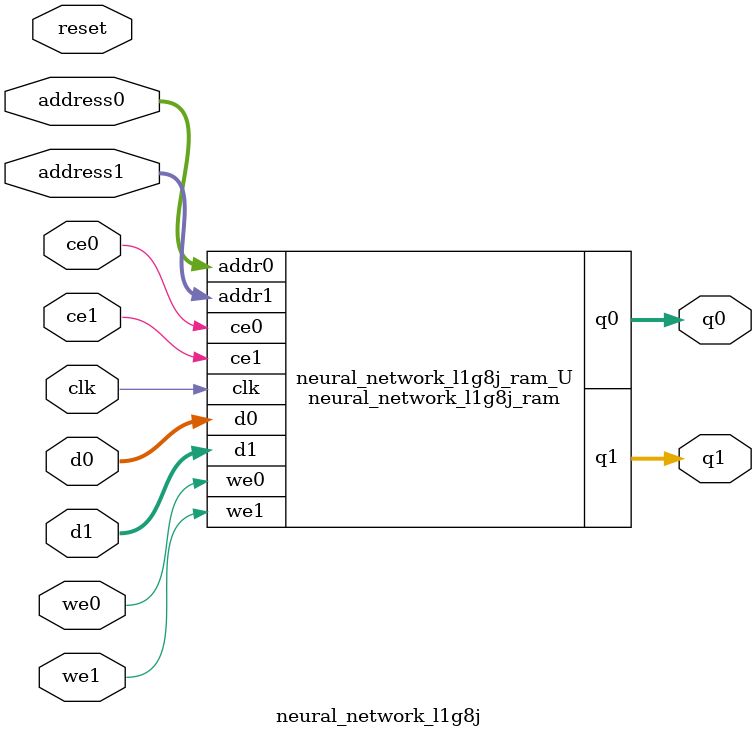
<source format=v>

`timescale 1 ns / 1 ps
module neural_network_l1g8j_ram (addr0, ce0, d0, we0, q0, addr1, ce1, d1, we1, q1,  clk);

parameter DWIDTH = 32;
parameter AWIDTH = 9;
parameter MEM_SIZE = 512;

input[AWIDTH-1:0] addr0;
input ce0;
input[DWIDTH-1:0] d0;
input we0;
output wire[DWIDTH-1:0] q0;
input[AWIDTH-1:0] addr1;
input ce1;
input[DWIDTH-1:0] d1;
input we1;
output wire[DWIDTH-1:0] q1;
input clk;

(* ram_style = "block" *)reg [DWIDTH-1:0] ram[0:MEM_SIZE-1];
reg [DWIDTH-1:0] q0_t0;
reg [DWIDTH-1:0] q0_t1;
reg [DWIDTH-1:0] q1_t0;
reg [DWIDTH-1:0] q1_t1;


assign q0 = q0_t1;
assign q1 = q1_t1;

always @(posedge clk)  
begin
    if (ce0) 
    begin
        q0_t1 <= q0_t0;
    end
    if (ce1) 
    begin
        q1_t1 <= q1_t0;
    end
end


always @(posedge clk)  
begin 
    if (ce0) 
    begin
        if (we0) 
        begin 
            ram[addr0] <= d0; 
            q0_t0 <= d0;
        end 
        else 
            q0_t0 <= ram[addr0];
    end
end


always @(posedge clk)  
begin 
    if (ce1) 
    begin
        if (we1) 
        begin 
            ram[addr1] <= d1; 
            q1_t0 <= d1;
        end 
        else 
            q1_t0 <= ram[addr1];
    end
end


endmodule


`timescale 1 ns / 1 ps
module neural_network_l1g8j(
    reset,
    clk,
    address0,
    ce0,
    we0,
    d0,
    q0,
    address1,
    ce1,
    we1,
    d1,
    q1);

parameter DataWidth = 32'd32;
parameter AddressRange = 32'd512;
parameter AddressWidth = 32'd9;
input reset;
input clk;
input[AddressWidth - 1:0] address0;
input ce0;
input we0;
input[DataWidth - 1:0] d0;
output[DataWidth - 1:0] q0;
input[AddressWidth - 1:0] address1;
input ce1;
input we1;
input[DataWidth - 1:0] d1;
output[DataWidth - 1:0] q1;



neural_network_l1g8j_ram neural_network_l1g8j_ram_U(
    .clk( clk ),
    .addr0( address0 ),
    .ce0( ce0 ),
    .d0( d0 ),
    .we0( we0 ),
    .q0( q0 ),
    .addr1( address1 ),
    .ce1( ce1 ),
    .d1( d1 ),
    .we1( we1 ),
    .q1( q1 ));

endmodule


</source>
